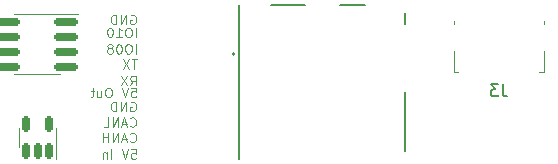
<source format=gbo>
%TF.GenerationSoftware,KiCad,Pcbnew,7.0.8*%
%TF.CreationDate,2023-12-27T11:14:04+01:00*%
%TF.ProjectId,Frost-ESP32,46726f73-742d-4455-9350-33322e6b6963,rev?*%
%TF.SameCoordinates,Original*%
%TF.FileFunction,Legend,Bot*%
%TF.FilePolarity,Positive*%
%FSLAX46Y46*%
G04 Gerber Fmt 4.6, Leading zero omitted, Abs format (unit mm)*
G04 Created by KiCad (PCBNEW 7.0.8) date 2023-12-27 11:14:04*
%MOMM*%
%LPD*%
G01*
G04 APERTURE LIST*
G04 Aperture macros list*
%AMRoundRect*
0 Rectangle with rounded corners*
0 $1 Rounding radius*
0 $2 $3 $4 $5 $6 $7 $8 $9 X,Y pos of 4 corners*
0 Add a 4 corners polygon primitive as box body*
4,1,4,$2,$3,$4,$5,$6,$7,$8,$9,$2,$3,0*
0 Add four circle primitives for the rounded corners*
1,1,$1+$1,$2,$3*
1,1,$1+$1,$4,$5*
1,1,$1+$1,$6,$7*
1,1,$1+$1,$8,$9*
0 Add four rect primitives between the rounded corners*
20,1,$1+$1,$2,$3,$4,$5,0*
20,1,$1+$1,$4,$5,$6,$7,0*
20,1,$1+$1,$6,$7,$8,$9,0*
20,1,$1+$1,$8,$9,$2,$3,0*%
G04 Aperture macros list end*
%ADD10C,0.100000*%
%ADD11C,0.150000*%
%ADD12C,0.127000*%
%ADD13C,0.200000*%
%ADD14C,0.120000*%
%ADD15C,3.200000*%
%ADD16R,1.000000X1.000000*%
%ADD17O,1.000000X1.000000*%
%ADD18C,0.900000*%
%ADD19R,1.100000X0.700000*%
%ADD20R,0.930000X0.900000*%
%ADD21R,0.780000X1.050000*%
%ADD22R,1.830000X1.140000*%
%ADD23R,2.800000X0.860000*%
%ADD24R,3.330000X0.700000*%
%ADD25RoundRect,0.150000X0.150000X-0.512500X0.150000X0.512500X-0.150000X0.512500X-0.150000X-0.512500X0*%
%ADD26R,0.450000X1.380000*%
%ADD27R,1.650000X1.300000*%
%ADD28R,1.425000X1.550000*%
%ADD29R,1.800000X1.900000*%
%ADD30R,1.000000X1.900000*%
%ADD31RoundRect,0.150000X0.825000X0.150000X-0.825000X0.150000X-0.825000X-0.150000X0.825000X-0.150000X0*%
G04 APERTURE END LIST*
D10*
X107862782Y-109496895D02*
X108243734Y-109496895D01*
X108243734Y-109496895D02*
X108281830Y-109877847D01*
X108281830Y-109877847D02*
X108243734Y-109839752D01*
X108243734Y-109839752D02*
X108167544Y-109801657D01*
X108167544Y-109801657D02*
X107977068Y-109801657D01*
X107977068Y-109801657D02*
X107900877Y-109839752D01*
X107900877Y-109839752D02*
X107862782Y-109877847D01*
X107862782Y-109877847D02*
X107824687Y-109954038D01*
X107824687Y-109954038D02*
X107824687Y-110144514D01*
X107824687Y-110144514D02*
X107862782Y-110220704D01*
X107862782Y-110220704D02*
X107900877Y-110258800D01*
X107900877Y-110258800D02*
X107977068Y-110296895D01*
X107977068Y-110296895D02*
X108167544Y-110296895D01*
X108167544Y-110296895D02*
X108243734Y-110258800D01*
X108243734Y-110258800D02*
X108281830Y-110220704D01*
X107596115Y-109496895D02*
X107329448Y-110296895D01*
X107329448Y-110296895D02*
X107062782Y-109496895D01*
X106186591Y-110296895D02*
X106186591Y-109496895D01*
X105805639Y-109763561D02*
X105805639Y-110296895D01*
X105805639Y-109839752D02*
X105767544Y-109801657D01*
X105767544Y-109801657D02*
X105691354Y-109763561D01*
X105691354Y-109763561D02*
X105577068Y-109763561D01*
X105577068Y-109763561D02*
X105500877Y-109801657D01*
X105500877Y-109801657D02*
X105462782Y-109877847D01*
X105462782Y-109877847D02*
X105462782Y-110296895D01*
X107786591Y-108820704D02*
X107824687Y-108858800D01*
X107824687Y-108858800D02*
X107938972Y-108896895D01*
X107938972Y-108896895D02*
X108015163Y-108896895D01*
X108015163Y-108896895D02*
X108129449Y-108858800D01*
X108129449Y-108858800D02*
X108205639Y-108782609D01*
X108205639Y-108782609D02*
X108243734Y-108706419D01*
X108243734Y-108706419D02*
X108281830Y-108554038D01*
X108281830Y-108554038D02*
X108281830Y-108439752D01*
X108281830Y-108439752D02*
X108243734Y-108287371D01*
X108243734Y-108287371D02*
X108205639Y-108211180D01*
X108205639Y-108211180D02*
X108129449Y-108134990D01*
X108129449Y-108134990D02*
X108015163Y-108096895D01*
X108015163Y-108096895D02*
X107938972Y-108096895D01*
X107938972Y-108096895D02*
X107824687Y-108134990D01*
X107824687Y-108134990D02*
X107786591Y-108173085D01*
X107481830Y-108668323D02*
X107100877Y-108668323D01*
X107558020Y-108896895D02*
X107291353Y-108096895D01*
X107291353Y-108096895D02*
X107024687Y-108896895D01*
X106758020Y-108896895D02*
X106758020Y-108096895D01*
X106758020Y-108096895D02*
X106300877Y-108896895D01*
X106300877Y-108896895D02*
X106300877Y-108096895D01*
X105919925Y-108896895D02*
X105919925Y-108096895D01*
X105919925Y-108477847D02*
X105462782Y-108477847D01*
X105462782Y-108896895D02*
X105462782Y-108096895D01*
X107786591Y-107520704D02*
X107824687Y-107558800D01*
X107824687Y-107558800D02*
X107938972Y-107596895D01*
X107938972Y-107596895D02*
X108015163Y-107596895D01*
X108015163Y-107596895D02*
X108129449Y-107558800D01*
X108129449Y-107558800D02*
X108205639Y-107482609D01*
X108205639Y-107482609D02*
X108243734Y-107406419D01*
X108243734Y-107406419D02*
X108281830Y-107254038D01*
X108281830Y-107254038D02*
X108281830Y-107139752D01*
X108281830Y-107139752D02*
X108243734Y-106987371D01*
X108243734Y-106987371D02*
X108205639Y-106911180D01*
X108205639Y-106911180D02*
X108129449Y-106834990D01*
X108129449Y-106834990D02*
X108015163Y-106796895D01*
X108015163Y-106796895D02*
X107938972Y-106796895D01*
X107938972Y-106796895D02*
X107824687Y-106834990D01*
X107824687Y-106834990D02*
X107786591Y-106873085D01*
X107481830Y-107368323D02*
X107100877Y-107368323D01*
X107558020Y-107596895D02*
X107291353Y-106796895D01*
X107291353Y-106796895D02*
X107024687Y-107596895D01*
X106758020Y-107596895D02*
X106758020Y-106796895D01*
X106758020Y-106796895D02*
X106300877Y-107596895D01*
X106300877Y-107596895D02*
X106300877Y-106796895D01*
X105538973Y-107596895D02*
X105919925Y-107596895D01*
X105919925Y-107596895D02*
X105919925Y-106796895D01*
X107824687Y-105534990D02*
X107900877Y-105496895D01*
X107900877Y-105496895D02*
X108015163Y-105496895D01*
X108015163Y-105496895D02*
X108129449Y-105534990D01*
X108129449Y-105534990D02*
X108205639Y-105611180D01*
X108205639Y-105611180D02*
X108243734Y-105687371D01*
X108243734Y-105687371D02*
X108281830Y-105839752D01*
X108281830Y-105839752D02*
X108281830Y-105954038D01*
X108281830Y-105954038D02*
X108243734Y-106106419D01*
X108243734Y-106106419D02*
X108205639Y-106182609D01*
X108205639Y-106182609D02*
X108129449Y-106258800D01*
X108129449Y-106258800D02*
X108015163Y-106296895D01*
X108015163Y-106296895D02*
X107938972Y-106296895D01*
X107938972Y-106296895D02*
X107824687Y-106258800D01*
X107824687Y-106258800D02*
X107786591Y-106220704D01*
X107786591Y-106220704D02*
X107786591Y-105954038D01*
X107786591Y-105954038D02*
X107938972Y-105954038D01*
X107443734Y-106296895D02*
X107443734Y-105496895D01*
X107443734Y-105496895D02*
X106986591Y-106296895D01*
X106986591Y-106296895D02*
X106986591Y-105496895D01*
X106605639Y-106296895D02*
X106605639Y-105496895D01*
X106605639Y-105496895D02*
X106415163Y-105496895D01*
X106415163Y-105496895D02*
X106300877Y-105534990D01*
X106300877Y-105534990D02*
X106224687Y-105611180D01*
X106224687Y-105611180D02*
X106186592Y-105687371D01*
X106186592Y-105687371D02*
X106148496Y-105839752D01*
X106148496Y-105839752D02*
X106148496Y-105954038D01*
X106148496Y-105954038D02*
X106186592Y-106106419D01*
X106186592Y-106106419D02*
X106224687Y-106182609D01*
X106224687Y-106182609D02*
X106300877Y-106258800D01*
X106300877Y-106258800D02*
X106415163Y-106296895D01*
X106415163Y-106296895D02*
X106605639Y-106296895D01*
X107862782Y-104296895D02*
X108243734Y-104296895D01*
X108243734Y-104296895D02*
X108281830Y-104677847D01*
X108281830Y-104677847D02*
X108243734Y-104639752D01*
X108243734Y-104639752D02*
X108167544Y-104601657D01*
X108167544Y-104601657D02*
X107977068Y-104601657D01*
X107977068Y-104601657D02*
X107900877Y-104639752D01*
X107900877Y-104639752D02*
X107862782Y-104677847D01*
X107862782Y-104677847D02*
X107824687Y-104754038D01*
X107824687Y-104754038D02*
X107824687Y-104944514D01*
X107824687Y-104944514D02*
X107862782Y-105020704D01*
X107862782Y-105020704D02*
X107900877Y-105058800D01*
X107900877Y-105058800D02*
X107977068Y-105096895D01*
X107977068Y-105096895D02*
X108167544Y-105096895D01*
X108167544Y-105096895D02*
X108243734Y-105058800D01*
X108243734Y-105058800D02*
X108281830Y-105020704D01*
X107596115Y-104296895D02*
X107329448Y-105096895D01*
X107329448Y-105096895D02*
X107062782Y-104296895D01*
X106034210Y-104296895D02*
X105881829Y-104296895D01*
X105881829Y-104296895D02*
X105805639Y-104334990D01*
X105805639Y-104334990D02*
X105729448Y-104411180D01*
X105729448Y-104411180D02*
X105691353Y-104563561D01*
X105691353Y-104563561D02*
X105691353Y-104830228D01*
X105691353Y-104830228D02*
X105729448Y-104982609D01*
X105729448Y-104982609D02*
X105805639Y-105058800D01*
X105805639Y-105058800D02*
X105881829Y-105096895D01*
X105881829Y-105096895D02*
X106034210Y-105096895D01*
X106034210Y-105096895D02*
X106110401Y-105058800D01*
X106110401Y-105058800D02*
X106186591Y-104982609D01*
X106186591Y-104982609D02*
X106224687Y-104830228D01*
X106224687Y-104830228D02*
X106224687Y-104563561D01*
X106224687Y-104563561D02*
X106186591Y-104411180D01*
X106186591Y-104411180D02*
X106110401Y-104334990D01*
X106110401Y-104334990D02*
X106034210Y-104296895D01*
X105005639Y-104563561D02*
X105005639Y-105096895D01*
X105348496Y-104563561D02*
X105348496Y-104982609D01*
X105348496Y-104982609D02*
X105310401Y-105058800D01*
X105310401Y-105058800D02*
X105234211Y-105096895D01*
X105234211Y-105096895D02*
X105119925Y-105096895D01*
X105119925Y-105096895D02*
X105043734Y-105058800D01*
X105043734Y-105058800D02*
X105005639Y-105020704D01*
X104738972Y-104563561D02*
X104434210Y-104563561D01*
X104624686Y-104296895D02*
X104624686Y-104982609D01*
X104624686Y-104982609D02*
X104586591Y-105058800D01*
X104586591Y-105058800D02*
X104510401Y-105096895D01*
X104510401Y-105096895D02*
X104434210Y-105096895D01*
X107786591Y-104096895D02*
X108053258Y-103715942D01*
X108243734Y-104096895D02*
X108243734Y-103296895D01*
X108243734Y-103296895D02*
X107938972Y-103296895D01*
X107938972Y-103296895D02*
X107862782Y-103334990D01*
X107862782Y-103334990D02*
X107824687Y-103373085D01*
X107824687Y-103373085D02*
X107786591Y-103449276D01*
X107786591Y-103449276D02*
X107786591Y-103563561D01*
X107786591Y-103563561D02*
X107824687Y-103639752D01*
X107824687Y-103639752D02*
X107862782Y-103677847D01*
X107862782Y-103677847D02*
X107938972Y-103715942D01*
X107938972Y-103715942D02*
X108243734Y-103715942D01*
X107519925Y-103296895D02*
X106986591Y-104096895D01*
X106986591Y-103296895D02*
X107519925Y-104096895D01*
X108358020Y-101896895D02*
X107900877Y-101896895D01*
X108129449Y-102696895D02*
X108129449Y-101896895D01*
X107710401Y-101896895D02*
X107177067Y-102696895D01*
X107177067Y-101896895D02*
X107710401Y-102696895D01*
X108243734Y-101396895D02*
X108243734Y-100596895D01*
X107710401Y-100596895D02*
X107558020Y-100596895D01*
X107558020Y-100596895D02*
X107481830Y-100634990D01*
X107481830Y-100634990D02*
X107405639Y-100711180D01*
X107405639Y-100711180D02*
X107367544Y-100863561D01*
X107367544Y-100863561D02*
X107367544Y-101130228D01*
X107367544Y-101130228D02*
X107405639Y-101282609D01*
X107405639Y-101282609D02*
X107481830Y-101358800D01*
X107481830Y-101358800D02*
X107558020Y-101396895D01*
X107558020Y-101396895D02*
X107710401Y-101396895D01*
X107710401Y-101396895D02*
X107786592Y-101358800D01*
X107786592Y-101358800D02*
X107862782Y-101282609D01*
X107862782Y-101282609D02*
X107900878Y-101130228D01*
X107900878Y-101130228D02*
X107900878Y-100863561D01*
X107900878Y-100863561D02*
X107862782Y-100711180D01*
X107862782Y-100711180D02*
X107786592Y-100634990D01*
X107786592Y-100634990D02*
X107710401Y-100596895D01*
X106872306Y-100596895D02*
X106796116Y-100596895D01*
X106796116Y-100596895D02*
X106719925Y-100634990D01*
X106719925Y-100634990D02*
X106681830Y-100673085D01*
X106681830Y-100673085D02*
X106643735Y-100749276D01*
X106643735Y-100749276D02*
X106605640Y-100901657D01*
X106605640Y-100901657D02*
X106605640Y-101092133D01*
X106605640Y-101092133D02*
X106643735Y-101244514D01*
X106643735Y-101244514D02*
X106681830Y-101320704D01*
X106681830Y-101320704D02*
X106719925Y-101358800D01*
X106719925Y-101358800D02*
X106796116Y-101396895D01*
X106796116Y-101396895D02*
X106872306Y-101396895D01*
X106872306Y-101396895D02*
X106948497Y-101358800D01*
X106948497Y-101358800D02*
X106986592Y-101320704D01*
X106986592Y-101320704D02*
X107024687Y-101244514D01*
X107024687Y-101244514D02*
X107062783Y-101092133D01*
X107062783Y-101092133D02*
X107062783Y-100901657D01*
X107062783Y-100901657D02*
X107024687Y-100749276D01*
X107024687Y-100749276D02*
X106986592Y-100673085D01*
X106986592Y-100673085D02*
X106948497Y-100634990D01*
X106948497Y-100634990D02*
X106872306Y-100596895D01*
X106148497Y-100939752D02*
X106224687Y-100901657D01*
X106224687Y-100901657D02*
X106262782Y-100863561D01*
X106262782Y-100863561D02*
X106300878Y-100787371D01*
X106300878Y-100787371D02*
X106300878Y-100749276D01*
X106300878Y-100749276D02*
X106262782Y-100673085D01*
X106262782Y-100673085D02*
X106224687Y-100634990D01*
X106224687Y-100634990D02*
X106148497Y-100596895D01*
X106148497Y-100596895D02*
X105996116Y-100596895D01*
X105996116Y-100596895D02*
X105919925Y-100634990D01*
X105919925Y-100634990D02*
X105881830Y-100673085D01*
X105881830Y-100673085D02*
X105843735Y-100749276D01*
X105843735Y-100749276D02*
X105843735Y-100787371D01*
X105843735Y-100787371D02*
X105881830Y-100863561D01*
X105881830Y-100863561D02*
X105919925Y-100901657D01*
X105919925Y-100901657D02*
X105996116Y-100939752D01*
X105996116Y-100939752D02*
X106148497Y-100939752D01*
X106148497Y-100939752D02*
X106224687Y-100977847D01*
X106224687Y-100977847D02*
X106262782Y-101015942D01*
X106262782Y-101015942D02*
X106300878Y-101092133D01*
X106300878Y-101092133D02*
X106300878Y-101244514D01*
X106300878Y-101244514D02*
X106262782Y-101320704D01*
X106262782Y-101320704D02*
X106224687Y-101358800D01*
X106224687Y-101358800D02*
X106148497Y-101396895D01*
X106148497Y-101396895D02*
X105996116Y-101396895D01*
X105996116Y-101396895D02*
X105919925Y-101358800D01*
X105919925Y-101358800D02*
X105881830Y-101320704D01*
X105881830Y-101320704D02*
X105843735Y-101244514D01*
X105843735Y-101244514D02*
X105843735Y-101092133D01*
X105843735Y-101092133D02*
X105881830Y-101015942D01*
X105881830Y-101015942D02*
X105919925Y-100977847D01*
X105919925Y-100977847D02*
X105996116Y-100939752D01*
X108243734Y-99996895D02*
X108243734Y-99196895D01*
X107710401Y-99196895D02*
X107558020Y-99196895D01*
X107558020Y-99196895D02*
X107481830Y-99234990D01*
X107481830Y-99234990D02*
X107405639Y-99311180D01*
X107405639Y-99311180D02*
X107367544Y-99463561D01*
X107367544Y-99463561D02*
X107367544Y-99730228D01*
X107367544Y-99730228D02*
X107405639Y-99882609D01*
X107405639Y-99882609D02*
X107481830Y-99958800D01*
X107481830Y-99958800D02*
X107558020Y-99996895D01*
X107558020Y-99996895D02*
X107710401Y-99996895D01*
X107710401Y-99996895D02*
X107786592Y-99958800D01*
X107786592Y-99958800D02*
X107862782Y-99882609D01*
X107862782Y-99882609D02*
X107900878Y-99730228D01*
X107900878Y-99730228D02*
X107900878Y-99463561D01*
X107900878Y-99463561D02*
X107862782Y-99311180D01*
X107862782Y-99311180D02*
X107786592Y-99234990D01*
X107786592Y-99234990D02*
X107710401Y-99196895D01*
X106605640Y-99996895D02*
X107062783Y-99996895D01*
X106834211Y-99996895D02*
X106834211Y-99196895D01*
X106834211Y-99196895D02*
X106910402Y-99311180D01*
X106910402Y-99311180D02*
X106986592Y-99387371D01*
X106986592Y-99387371D02*
X107062783Y-99425466D01*
X106110401Y-99196895D02*
X106034211Y-99196895D01*
X106034211Y-99196895D02*
X105958020Y-99234990D01*
X105958020Y-99234990D02*
X105919925Y-99273085D01*
X105919925Y-99273085D02*
X105881830Y-99349276D01*
X105881830Y-99349276D02*
X105843735Y-99501657D01*
X105843735Y-99501657D02*
X105843735Y-99692133D01*
X105843735Y-99692133D02*
X105881830Y-99844514D01*
X105881830Y-99844514D02*
X105919925Y-99920704D01*
X105919925Y-99920704D02*
X105958020Y-99958800D01*
X105958020Y-99958800D02*
X106034211Y-99996895D01*
X106034211Y-99996895D02*
X106110401Y-99996895D01*
X106110401Y-99996895D02*
X106186592Y-99958800D01*
X106186592Y-99958800D02*
X106224687Y-99920704D01*
X106224687Y-99920704D02*
X106262782Y-99844514D01*
X106262782Y-99844514D02*
X106300878Y-99692133D01*
X106300878Y-99692133D02*
X106300878Y-99501657D01*
X106300878Y-99501657D02*
X106262782Y-99349276D01*
X106262782Y-99349276D02*
X106224687Y-99273085D01*
X106224687Y-99273085D02*
X106186592Y-99234990D01*
X106186592Y-99234990D02*
X106110401Y-99196895D01*
X107824687Y-98134990D02*
X107900877Y-98096895D01*
X107900877Y-98096895D02*
X108015163Y-98096895D01*
X108015163Y-98096895D02*
X108129449Y-98134990D01*
X108129449Y-98134990D02*
X108205639Y-98211180D01*
X108205639Y-98211180D02*
X108243734Y-98287371D01*
X108243734Y-98287371D02*
X108281830Y-98439752D01*
X108281830Y-98439752D02*
X108281830Y-98554038D01*
X108281830Y-98554038D02*
X108243734Y-98706419D01*
X108243734Y-98706419D02*
X108205639Y-98782609D01*
X108205639Y-98782609D02*
X108129449Y-98858800D01*
X108129449Y-98858800D02*
X108015163Y-98896895D01*
X108015163Y-98896895D02*
X107938972Y-98896895D01*
X107938972Y-98896895D02*
X107824687Y-98858800D01*
X107824687Y-98858800D02*
X107786591Y-98820704D01*
X107786591Y-98820704D02*
X107786591Y-98554038D01*
X107786591Y-98554038D02*
X107938972Y-98554038D01*
X107443734Y-98896895D02*
X107443734Y-98096895D01*
X107443734Y-98096895D02*
X106986591Y-98896895D01*
X106986591Y-98896895D02*
X106986591Y-98096895D01*
X106605639Y-98896895D02*
X106605639Y-98096895D01*
X106605639Y-98096895D02*
X106415163Y-98096895D01*
X106415163Y-98096895D02*
X106300877Y-98134990D01*
X106300877Y-98134990D02*
X106224687Y-98211180D01*
X106224687Y-98211180D02*
X106186592Y-98287371D01*
X106186592Y-98287371D02*
X106148496Y-98439752D01*
X106148496Y-98439752D02*
X106148496Y-98554038D01*
X106148496Y-98554038D02*
X106186592Y-98706419D01*
X106186592Y-98706419D02*
X106224687Y-98782609D01*
X106224687Y-98782609D02*
X106300877Y-98858800D01*
X106300877Y-98858800D02*
X106415163Y-98896895D01*
X106415163Y-98896895D02*
X106605639Y-98896895D01*
D11*
X139328333Y-104009819D02*
X139328333Y-104724104D01*
X139328333Y-104724104D02*
X139375952Y-104866961D01*
X139375952Y-104866961D02*
X139471190Y-104962200D01*
X139471190Y-104962200D02*
X139614047Y-105009819D01*
X139614047Y-105009819D02*
X139709285Y-105009819D01*
X138947380Y-104009819D02*
X138328333Y-104009819D01*
X138328333Y-104009819D02*
X138661666Y-104390771D01*
X138661666Y-104390771D02*
X138518809Y-104390771D01*
X138518809Y-104390771D02*
X138423571Y-104438390D01*
X138423571Y-104438390D02*
X138375952Y-104486009D01*
X138375952Y-104486009D02*
X138328333Y-104581247D01*
X138328333Y-104581247D02*
X138328333Y-104819342D01*
X138328333Y-104819342D02*
X138375952Y-104914580D01*
X138375952Y-104914580D02*
X138423571Y-104962200D01*
X138423571Y-104962200D02*
X138518809Y-105009819D01*
X138518809Y-105009819D02*
X138804523Y-105009819D01*
X138804523Y-105009819D02*
X138899761Y-104962200D01*
X138899761Y-104962200D02*
X138947380Y-104914580D01*
D12*
%TO.C,J1*%
X125575000Y-97250000D02*
X127675000Y-97250000D01*
X119675000Y-97250000D02*
X122575000Y-97250000D01*
X116975000Y-97250000D02*
X116975000Y-110350000D01*
X131025000Y-97924000D02*
X131025000Y-98926000D01*
X131025000Y-104674000D02*
X131025000Y-109676000D01*
D13*
X116625000Y-101420000D02*
G75*
G03*
X116625000Y-101420000I-100000J0D01*
G01*
D14*
%TO.C,U2*%
X98390000Y-108500000D02*
X98390000Y-109300000D01*
X98390000Y-108500000D02*
X98390000Y-107700000D01*
X101510000Y-108500000D02*
X101510000Y-110300000D01*
X101510000Y-108500000D02*
X101510000Y-107700000D01*
%TO.C,J3*%
X135185000Y-98655000D02*
X135185000Y-98915000D01*
X135185000Y-101195000D02*
X135185000Y-102965000D01*
X135185000Y-102965000D02*
X135565000Y-102965000D01*
X142805000Y-98915000D02*
X142805000Y-98655000D01*
X142805000Y-102965000D02*
X142425000Y-102965000D01*
X142805000Y-102965000D02*
X142805000Y-101195000D01*
%TO.C,U3*%
X99900000Y-103160000D02*
X101850000Y-103160000D01*
X99900000Y-103160000D02*
X97950000Y-103160000D01*
X99900000Y-98040000D02*
X103350000Y-98040000D01*
X99900000Y-98040000D02*
X97950000Y-98040000D01*
%TD*%
%LPC*%
D15*
%TO.C,H1*%
X104000000Y-107000000D03*
%TD*%
D16*
%TO.C,J2*%
X95500000Y-109930000D03*
D17*
X95500000Y-108660000D03*
X95500000Y-107390000D03*
X95500000Y-106120000D03*
X95500000Y-104850000D03*
X95500000Y-103580000D03*
X95500000Y-102310000D03*
X95500000Y-101040000D03*
X95500000Y-99770000D03*
X95500000Y-98500000D03*
%TD*%
D15*
%TO.C,H2*%
X138000000Y-107000000D03*
%TD*%
D18*
%TO.C,S1*%
X108825000Y-99750000D03*
X104575000Y-99750000D03*
%TD*%
D19*
%TO.C,J1*%
X118375000Y-101420000D03*
X118375000Y-102520000D03*
X118375000Y-103620000D03*
X118375000Y-104720000D03*
X118375000Y-105820000D03*
X118375000Y-106920000D03*
X118375000Y-108020000D03*
X118375000Y-109120000D03*
D20*
X130840000Y-99630000D03*
D21*
X130915000Y-103895000D03*
D22*
X118390000Y-97540000D03*
D23*
X118875000Y-110200000D03*
D24*
X129640000Y-97320000D03*
X129640000Y-110280000D03*
%TD*%
D25*
%TO.C,U2*%
X100900000Y-109637500D03*
X99950000Y-109637500D03*
X99000000Y-109637500D03*
X99000000Y-107362500D03*
X100900000Y-107362500D03*
%TD*%
D26*
%TO.C,J3*%
X137695000Y-102715000D03*
X138345000Y-102715000D03*
X138995000Y-102715000D03*
X139645000Y-102715000D03*
X140295000Y-102715000D03*
D27*
X135620000Y-100055000D03*
D28*
X136507500Y-102630000D03*
D29*
X137845000Y-100055000D03*
D30*
X140545000Y-100055000D03*
D28*
X141482500Y-102630000D03*
D27*
X142370000Y-100055000D03*
%TD*%
D31*
%TO.C,U3*%
X102375000Y-98695000D03*
X102375000Y-99965000D03*
X102375000Y-101235000D03*
X102375000Y-102505000D03*
X97425000Y-102505000D03*
X97425000Y-101235000D03*
X97425000Y-99965000D03*
X97425000Y-98695000D03*
%TD*%
%LPD*%
M02*

</source>
